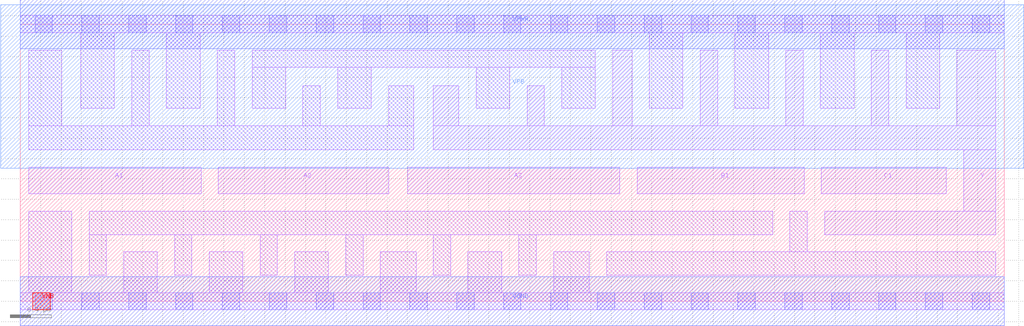
<source format=lef>
# Copyright 2020 The SkyWater PDK Authors
#
# Licensed under the Apache License, Version 2.0 (the "License");
# you may not use this file except in compliance with the License.
# You may obtain a copy of the License at
#
#     https://www.apache.org/licenses/LICENSE-2.0
#
# Unless required by applicable law or agreed to in writing, software
# distributed under the License is distributed on an "AS IS" BASIS,
# WITHOUT WARRANTIES OR CONDITIONS OF ANY KIND, either express or implied.
# See the License for the specific language governing permissions and
# limitations under the License.
#
# SPDX-License-Identifier: Apache-2.0

VERSION 5.7 ;
  NOWIREEXTENSIONATPIN ON ;
  DIVIDERCHAR "/" ;
  BUSBITCHARS "[]" ;
MACRO sky130_fd_sc_hd__o311ai_4
  CLASS CORE ;
  FOREIGN sky130_fd_sc_hd__o311ai_4 ;
  ORIGIN  0.000000  0.000000 ;
  SIZE  9.660000 BY  2.720000 ;
  SYMMETRY X Y R90 ;
  SITE unithd ;
  PIN A1
    ANTENNAGATEAREA  0.990000 ;
    DIRECTION INPUT ;
    USE SIGNAL ;
    PORT
      LAYER li1 ;
        RECT 0.085000 1.055000 1.775000 1.315000 ;
    END
  END A1
  PIN A2
    ANTENNAGATEAREA  0.990000 ;
    DIRECTION INPUT ;
    USE SIGNAL ;
    PORT
      LAYER li1 ;
        RECT 1.945000 1.055000 3.615000 1.315000 ;
    END
  END A2
  PIN A3
    ANTENNAGATEAREA  0.990000 ;
    DIRECTION INPUT ;
    USE SIGNAL ;
    PORT
      LAYER li1 ;
        RECT 3.805000 1.055000 5.885000 1.315000 ;
    END
  END A3
  PIN B1
    ANTENNAGATEAREA  0.990000 ;
    DIRECTION INPUT ;
    USE SIGNAL ;
    PORT
      LAYER li1 ;
        RECT 6.055000 1.055000 7.695000 1.315000 ;
    END
  END B1
  PIN C1
    ANTENNAGATEAREA  0.990000 ;
    DIRECTION INPUT ;
    USE SIGNAL ;
    PORT
      LAYER li1 ;
        RECT 7.865000 1.055000 9.090000 1.315000 ;
    END
  END C1
  PIN Y
    ANTENNADIFFAREA  2.241000 ;
    DIRECTION OUTPUT ;
    USE SIGNAL ;
    PORT
      LAYER li1 ;
        RECT 4.055000 1.485000 9.575000 1.725000 ;
        RECT 4.055000 1.725000 4.305000 2.115000 ;
        RECT 4.975000 1.725000 5.145000 2.115000 ;
        RECT 5.815000 1.725000 6.005000 2.465000 ;
        RECT 6.675000 1.725000 6.845000 2.465000 ;
        RECT 7.515000 1.725000 7.685000 2.465000 ;
        RECT 7.895000 0.655000 9.575000 0.885000 ;
        RECT 8.355000 1.725000 8.525000 2.465000 ;
        RECT 9.195000 1.725000 9.575000 2.465000 ;
        RECT 9.260000 0.885000 9.575000 1.485000 ;
    END
  END Y
  PIN VGND
    DIRECTION INOUT ;
    SHAPE ABUTMENT ;
    USE GROUND ;
    PORT
      LAYER met1 ;
        RECT 0.000000 -0.240000 9.660000 0.240000 ;
    END
  END VGND
  PIN VNB
    DIRECTION INOUT ;
    USE GROUND ;
    PORT
      LAYER pwell ;
        RECT 0.125000 -0.085000 0.295000 0.085000 ;
    END
  END VNB
  PIN VPB
    DIRECTION INOUT ;
    USE POWER ;
    PORT
      LAYER nwell ;
        RECT -0.190000 1.305000 9.850000 2.910000 ;
    END
  END VPB
  PIN VPWR
    DIRECTION INOUT ;
    SHAPE ABUTMENT ;
    USE POWER ;
    PORT
      LAYER met1 ;
        RECT 0.000000 2.480000 9.660000 2.960000 ;
    END
  END VPWR
  OBS
    LAYER li1 ;
      RECT 0.000000 -0.085000 9.660000 0.085000 ;
      RECT 0.000000  2.635000 9.660000 2.805000 ;
      RECT 0.085000  0.085000 0.505000 0.885000 ;
      RECT 0.085000  1.485000 3.865000 1.725000 ;
      RECT 0.085000  1.725000 0.405000 2.465000 ;
      RECT 0.595000  1.895000 0.925000 2.635000 ;
      RECT 0.675000  0.255000 0.845000 0.655000 ;
      RECT 0.675000  0.655000 7.385000 0.885000 ;
      RECT 1.015000  0.085000 1.345000 0.485000 ;
      RECT 1.095000  1.725000 1.265000 2.465000 ;
      RECT 1.435000  1.895000 1.765000 2.635000 ;
      RECT 1.515000  0.255000 1.685000 0.655000 ;
      RECT 1.855000  0.085000 2.185000 0.485000 ;
      RECT 1.935000  1.725000 2.105000 2.465000 ;
      RECT 2.275000  1.895000 2.605000 2.295000 ;
      RECT 2.275000  2.295000 5.645000 2.465000 ;
      RECT 2.355000  0.255000 2.525000 0.655000 ;
      RECT 2.695000  0.085000 3.025000 0.485000 ;
      RECT 2.775000  1.725000 2.945000 2.115000 ;
      RECT 3.115000  1.895000 3.445000 2.295000 ;
      RECT 3.195000  0.255000 3.365000 0.655000 ;
      RECT 3.535000  0.085000 3.885000 0.485000 ;
      RECT 3.615000  1.725000 3.865000 2.115000 ;
      RECT 4.055000  0.255000 4.225000 0.655000 ;
      RECT 4.395000  0.085000 4.725000 0.485000 ;
      RECT 4.475000  1.895000 4.805000 2.295000 ;
      RECT 4.895000  0.255000 5.065000 0.655000 ;
      RECT 5.235000  0.085000 5.585000 0.485000 ;
      RECT 5.315000  1.895000 5.645000 2.295000 ;
      RECT 5.755000  0.255000 9.575000 0.485000 ;
      RECT 6.175000  1.895000 6.505000 2.635000 ;
      RECT 7.015000  1.895000 7.345000 2.635000 ;
      RECT 7.555000  0.485000 7.725000 0.885000 ;
      RECT 7.855000  1.895000 8.185000 2.635000 ;
      RECT 8.695000  1.895000 9.025000 2.635000 ;
    LAYER mcon ;
      RECT 0.145000 -0.085000 0.315000 0.085000 ;
      RECT 0.145000  2.635000 0.315000 2.805000 ;
      RECT 0.605000 -0.085000 0.775000 0.085000 ;
      RECT 0.605000  2.635000 0.775000 2.805000 ;
      RECT 1.065000 -0.085000 1.235000 0.085000 ;
      RECT 1.065000  2.635000 1.235000 2.805000 ;
      RECT 1.525000 -0.085000 1.695000 0.085000 ;
      RECT 1.525000  2.635000 1.695000 2.805000 ;
      RECT 1.985000 -0.085000 2.155000 0.085000 ;
      RECT 1.985000  2.635000 2.155000 2.805000 ;
      RECT 2.445000 -0.085000 2.615000 0.085000 ;
      RECT 2.445000  2.635000 2.615000 2.805000 ;
      RECT 2.905000 -0.085000 3.075000 0.085000 ;
      RECT 2.905000  2.635000 3.075000 2.805000 ;
      RECT 3.365000 -0.085000 3.535000 0.085000 ;
      RECT 3.365000  2.635000 3.535000 2.805000 ;
      RECT 3.825000 -0.085000 3.995000 0.085000 ;
      RECT 3.825000  2.635000 3.995000 2.805000 ;
      RECT 4.285000 -0.085000 4.455000 0.085000 ;
      RECT 4.285000  2.635000 4.455000 2.805000 ;
      RECT 4.745000 -0.085000 4.915000 0.085000 ;
      RECT 4.745000  2.635000 4.915000 2.805000 ;
      RECT 5.205000 -0.085000 5.375000 0.085000 ;
      RECT 5.205000  2.635000 5.375000 2.805000 ;
      RECT 5.665000 -0.085000 5.835000 0.085000 ;
      RECT 5.665000  2.635000 5.835000 2.805000 ;
      RECT 6.125000 -0.085000 6.295000 0.085000 ;
      RECT 6.125000  2.635000 6.295000 2.805000 ;
      RECT 6.585000 -0.085000 6.755000 0.085000 ;
      RECT 6.585000  2.635000 6.755000 2.805000 ;
      RECT 7.045000 -0.085000 7.215000 0.085000 ;
      RECT 7.045000  2.635000 7.215000 2.805000 ;
      RECT 7.505000 -0.085000 7.675000 0.085000 ;
      RECT 7.505000  2.635000 7.675000 2.805000 ;
      RECT 7.965000 -0.085000 8.135000 0.085000 ;
      RECT 7.965000  2.635000 8.135000 2.805000 ;
      RECT 8.425000 -0.085000 8.595000 0.085000 ;
      RECT 8.425000  2.635000 8.595000 2.805000 ;
      RECT 8.885000 -0.085000 9.055000 0.085000 ;
      RECT 8.885000  2.635000 9.055000 2.805000 ;
      RECT 9.345000 -0.085000 9.515000 0.085000 ;
      RECT 9.345000  2.635000 9.515000 2.805000 ;
  END
END sky130_fd_sc_hd__o311ai_4
END LIBRARY

</source>
